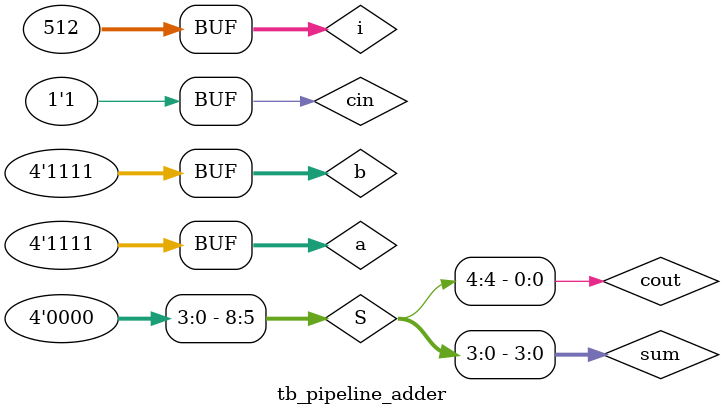
<source format=v>
module tb_pipeline_adder;
    wire [3:0] sum;
    wire cout;
    reg [3:0] a,b;
    wire [8:0] S;
    reg cin;
    rca_adder rca(sum,cout,a,b,cin);
    integer i;
    assign  S = {cout, sum};
    initial begin
      for(i=0;i<512;i=i+1) begin
        #2 {cin,b,a} = i;
      end
    end
    
    initial begin
    // $dumpfile ("VCD/seq_detect_mealey.vcd"); // VCD file name
		// $dumpvars (0, tb_seq_detect );  // Dumpvars to test waveform
    $monitor(" a = %d, b = %d, cin = %d, sum = %d, cout = %d, S = %d",a,b,cin,sum,cout, S);

    end

  
endmodule
</source>
